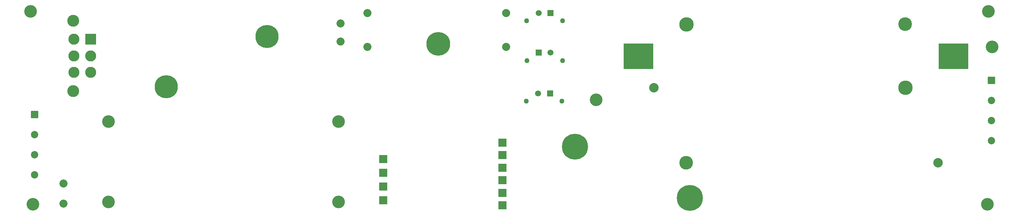
<source format=gbs>
G04 #@! TF.GenerationSoftware,KiCad,Pcbnew,7.0.9*
G04 #@! TF.CreationDate,2024-04-22T21:03:38-07:00*
G04 #@! TF.ProjectId,AVcarrierBoard,41566361-7272-4696-9572-426f6172642e,rev?*
G04 #@! TF.SameCoordinates,Original*
G04 #@! TF.FileFunction,Soldermask,Bot*
G04 #@! TF.FilePolarity,Negative*
%FSLAX46Y46*%
G04 Gerber Fmt 4.6, Leading zero omitted, Abs format (unit mm)*
G04 Created by KiCad (PCBNEW 7.0.9) date 2024-04-22 21:03:38*
%MOMM*%
%LPD*%
G01*
G04 APERTURE LIST*
G04 Aperture macros list*
%AMRoundRect*
0 Rectangle with rounded corners*
0 $1 Rounding radius*
0 $2 $3 $4 $5 $6 $7 $8 $9 X,Y pos of 4 corners*
0 Add a 4 corners polygon primitive as box body*
4,1,4,$2,$3,$4,$5,$6,$7,$8,$9,$2,$3,0*
0 Add four circle primitives for the rounded corners*
1,1,$1+$1,$2,$3*
1,1,$1+$1,$4,$5*
1,1,$1+$1,$6,$7*
1,1,$1+$1,$8,$9*
0 Add four rect primitives between the rounded corners*
20,1,$1+$1,$2,$3,$4,$5,0*
20,1,$1+$1,$4,$5,$6,$7,0*
20,1,$1+$1,$6,$7,$8,$9,0*
20,1,$1+$1,$8,$9,$2,$3,0*%
G04 Aperture macros list end*
%ADD10C,6.000000*%
%ADD11C,2.032000*%
%ADD12C,3.200000*%
%ADD13C,1.270000*%
%ADD14R,1.520000X1.520000*%
%ADD15C,1.520000*%
%ADD16RoundRect,0.102000X-0.825000X0.825000X-0.825000X-0.825000X0.825000X-0.825000X0.825000X0.825000X0*%
%ADD17C,1.854000*%
%ADD18R,2.032000X2.032000*%
%ADD19C,2.999999*%
%ADD20R,2.800000X2.800000*%
%ADD21C,2.800000*%
%ADD22C,3.450000*%
%ADD23C,2.390000*%
%ADD24C,6.560820*%
%ADD25C,3.654400*%
%ADD26C,2.387600*%
%ADD27R,7.467600X6.477000*%
%ADD28C,5.842000*%
G04 APERTURE END LIST*
D10*
X131210000Y-78920000D03*
D11*
X148310000Y-71120000D03*
X148310000Y-79620000D03*
X113310000Y-71120000D03*
X113310000Y-79620000D03*
D12*
X171000000Y-93000000D03*
D13*
X153362416Y-93400000D03*
X162362398Y-93400000D03*
D14*
X159362399Y-91440000D03*
D15*
X156362400Y-91440000D03*
D16*
X29464000Y-96723200D03*
D17*
X29464000Y-101803200D03*
X29464000Y-106883200D03*
X29464000Y-111963200D03*
D12*
X48057500Y-98503750D03*
X48057500Y-118823750D03*
X106057500Y-98503750D03*
X106057500Y-118823750D03*
D18*
X117275000Y-108060000D03*
X117275000Y-111520000D03*
X117275000Y-114980000D03*
X117275000Y-118440000D03*
D11*
X36735000Y-114220000D03*
X36735000Y-119300000D03*
D12*
X28448000Y-70713600D03*
X29006800Y-119430800D03*
D19*
X39166800Y-90830400D03*
X39166800Y-73030436D03*
D20*
X43557799Y-77730434D03*
D21*
X43557799Y-81930433D03*
X43557799Y-86130432D03*
X39357800Y-77730434D03*
X39357800Y-81930433D03*
X39357800Y-86130432D03*
D22*
X193720000Y-108945000D03*
X248920000Y-73935000D03*
D23*
X257140000Y-108945000D03*
D16*
X270650000Y-88137500D03*
D17*
X270650000Y-93217500D03*
X270650000Y-98297500D03*
X270650000Y-103377500D03*
D12*
X269595600Y-119430800D03*
D13*
X153486617Y-73054600D03*
X162486599Y-73054600D03*
D14*
X159486600Y-71094600D03*
D15*
X156486601Y-71094600D03*
D12*
X270852000Y-79675000D03*
X269849600Y-70713600D03*
D24*
X194616600Y-117830600D03*
X165673300Y-104876600D03*
D18*
X147372600Y-103860600D03*
X147372600Y-107035600D03*
X147372600Y-110210600D03*
X147372600Y-113385600D03*
X147372600Y-116560600D03*
X147372600Y-119735600D03*
D25*
X249000000Y-90000000D03*
X193755000Y-73998000D03*
D26*
X185525400Y-90000000D03*
D27*
X261065000Y-81999000D03*
X181690000Y-81999000D03*
D28*
X62616800Y-89756000D03*
X88016800Y-77056000D03*
D11*
X106599387Y-78326000D03*
X106599387Y-73765535D03*
D13*
X162511984Y-83087600D03*
X153512002Y-83087600D03*
D14*
X156512001Y-81127600D03*
D15*
X159512000Y-81127600D03*
M02*

</source>
